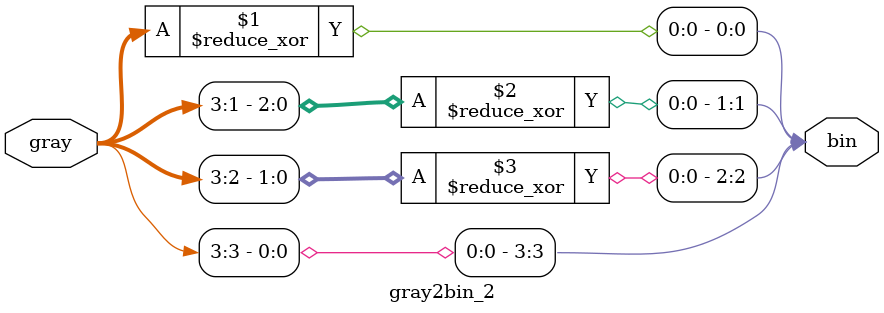
<source format=v>
module gray2bin_2 (bin, gray); 
  parameter SIZE = 4;      // this module is parameterizable 
  output [SIZE-1:0] bin; 
  input  [SIZE-1:0] gray; 
  
  genvar i; 
  generate 
    for (i=0; i<SIZE; i=i+1) begin:bit
      assign bin[i] = ^gray[SIZE-1:i]; 
            // i refers to the implicitly defined localparam whose
            // value in each instance of the generate block is
            // the value of the genvar when it was elaborated.
    end 
  endgenerate
endmodule

</source>
